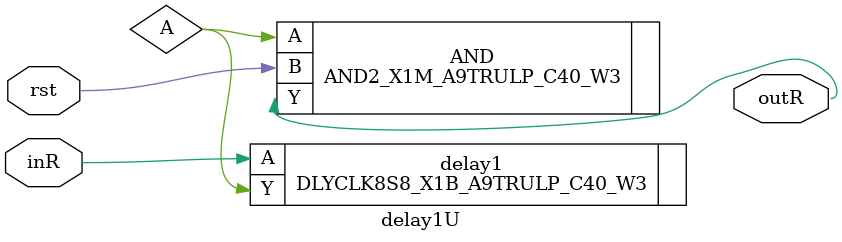
<source format=v>
`timescale 1ns / 1ps

module delay1U(inR, outR, rst);
input inR, rst;
output outR;

wire A,B;

// UMC 110nm
// DEL1M1HM delay1 ( .A(inR), .Z(A) );
// AN2M0HM AND (.A(A), .B(rst), .Z(outR) );

// UMC 40nm
// 1u 0.5ns
DLYCLK8S8_X1B_A9TRULP_C40_W3 delay1 ( .A(inR), .Y(A) );
AND2_X1M_A9TRULP_C40_W3 AND (.A(A), .B(rst), .Y(outR) );

endmodule

</source>
